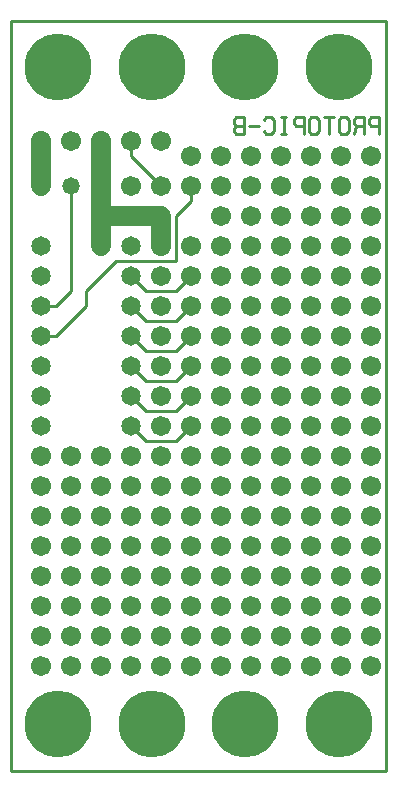
<source format=gbl>
%MOIN*%
%FSLAX25Y25*%
G04 D10 used for Character Trace; *
G04     Circle (OD=.01000) (No hole)*
G04 D11 used for Power Trace; *
G04     Circle (OD=.06700) (No hole)*
G04 D12 used for Signal Trace; *
G04     Circle (OD=.01100) (No hole)*
G04 D13 used for Via; *
G04     Circle (OD=.05800) (Round. Hole ID=.02800)*
G04 D14 used for Component hole; *
G04     Circle (OD=.06500) (Round. Hole ID=.03500)*
G04 D15 used for Component hole; *
G04     Circle (OD=.06700) (Round. Hole ID=.04300)*
G04 D16 used for Component hole; *
G04     Circle (OD=.08100) (Round. Hole ID=.05100)*
G04 D17 used for Component hole; *
G04     Circle (OD=.08900) (Round. Hole ID=.05900)*
G04 D18 used for Component hole; *
G04     Circle (OD=.11300) (Round. Hole ID=.08300)*
G04 D19 used for Component hole; *
G04     Circle (OD=.16000) (Round. Hole ID=.13000)*
G04 D20 used for Component hole; *
G04     Circle (OD=.18300) (Round. Hole ID=.15300)*
G04 D21 used for Component hole; *
G04     Circle (OD=.22291) (Round. Hole ID=.19291)*
%ADD10C,.01000*%
%ADD11C,.06700*%
%ADD12C,.01100*%
%ADD13C,.05800*%
%ADD14C,.06500*%
%ADD15C,.06700*%
%ADD16C,.08100*%
%ADD17C,.08900*%
%ADD18C,.11300*%
%ADD19C,.16000*%
%ADD20C,.18300*%
%ADD21C,.22291*%
%IPPOS*%
%LPD*%
G90*X0Y0D02*D21*X15625Y15625D03*D15*              
X30000Y35000D03*X20000D03*X10000D03*X40000D03*    
Y45000D03*X30000D03*X20000D03*X10000D03*D21*      
X46875Y15625D03*D15*X50000Y35000D03*Y45000D03*    
Y55000D03*X40000D03*X30000D03*X20000D03*X10000D03*
X60000Y35000D03*Y45000D03*Y55000D03*Y65000D03*    
X50000D03*X40000D03*X30000D03*X20000D03*X10000D03*
X70000Y35000D03*Y45000D03*Y55000D03*Y65000D03*    
Y75000D03*X60000D03*X50000D03*X40000D03*X30000D03*
X20000D03*X10000D03*D21*X78125Y15625D03*D15*      
X80000Y35000D03*Y45000D03*Y55000D03*Y65000D03*    
Y75000D03*Y85000D03*X70000D03*X60000D03*X50000D03*
X40000D03*X30000D03*X20000D03*X10000D03*          
X90000Y35000D03*Y45000D03*Y55000D03*Y65000D03*    
Y75000D03*Y85000D03*Y95000D03*X80000D03*X70000D03*
X60000D03*X50000D03*X40000D03*X30000D03*X20000D03*
X10000D03*X100000Y35000D03*Y45000D03*Y55000D03*   
Y65000D03*Y75000D03*Y85000D03*Y95000D03*          
Y105000D03*X90000D03*X80000D03*X70000D03*         
X60000D03*X50000D03*X40000D03*X30000D03*X20000D03*
X10000D03*D12*X45000Y110000D02*X55000D01*         
X45000D02*X40000Y115000D01*D14*D03*D12*           
X45000Y120000D02*X55000D01*X60000Y125000D01*D15*  
D03*D12*X45000Y130000D02*X55000D01*X45000D02*     
X40000Y135000D01*D14*D03*D12*X45000Y140000D02*    
X55000D01*X60000Y145000D01*D15*D03*D12*           
X45000Y150000D02*X55000D01*X45000D02*             
X40000Y155000D01*D14*D03*D12*X45000Y160000D02*    
X55000D01*X60000Y165000D01*D15*D03*D12*           
X35000Y170000D02*X55000D01*X25000Y160000D02*      
X35000Y170000D01*X25000Y155000D02*Y160000D01*     
X15000Y145000D02*X25000Y155000D01*                
X10000Y145000D02*X15000D01*D14*X10000D03*D12*     
Y155000D02*X15000D01*D14*X10000D03*D12*X15000D02* 
X20000Y160000D01*Y195000D01*D13*D03*D11*          
X30000Y175000D02*Y185000D01*D13*Y175000D03*D14*   
X40000Y165000D03*D12*X45000Y160000D01*D15*        
X50000Y155000D03*Y165000D03*D12*X55000Y150000D02* 
X60000Y155000D01*D15*D03*X70000Y145000D03*        
Y165000D03*X50000Y145000D03*X70000Y155000D03*D12* 
X45000Y140000D02*X40000Y145000D01*D14*D03*D15*    
X50000Y135000D03*D12*X55000Y130000D02*            
X60000Y135000D01*D15*D03*X70000Y125000D03*        
X50000D03*X70000Y135000D03*D12*X45000Y120000D02*  
X40000Y125000D01*D14*D03*D15*X50000Y115000D03*D12*
X55000Y110000D02*X60000Y115000D01*D15*D03*        
X70000D03*X80000Y135000D03*Y115000D03*Y125000D03* 
X90000Y145000D03*X80000D03*X90000Y115000D03*      
Y125000D03*Y135000D03*X100000Y155000D03*X90000D03*
X80000D03*X100000Y115000D03*Y125000D03*Y135000D03*
Y145000D03*X110000Y65000D03*Y165000D03*D14*       
X10000D03*D15*X110000Y75000D03*X100000Y165000D03* 
X110000Y85000D03*X90000Y165000D03*                
X110000Y95000D03*X80000Y165000D03*D14*            
X10000Y135000D03*D15*X110000Y105000D03*D14*       
X10000Y125000D03*D15*X110000Y115000D03*D14*       
X10000D03*D15*X110000Y125000D03*Y135000D03*       
Y145000D03*Y155000D03*D12*X55000Y170000D02*       
Y185000D01*X60000Y190000D01*Y195000D01*D15*D03*   
X70000Y185000D03*Y205000D03*D11*X50000Y175000D02* 
Y185000D01*D15*Y175000D03*X60000D03*D11*          
X30000Y185000D02*X50000D01*X30000D02*Y195000D01*  
D14*D03*D11*Y210000D01*D15*D03*D12*               
X50000Y195000D02*X40000Y205000D01*D15*            
X50000Y195000D03*X60000Y205000D03*D12*X40000D02*  
Y210000D01*D15*D03*X50000D03*X40000Y195000D03*    
X20000Y210000D03*D21*X15625Y234375D03*X46875D03*  
D15*X70000Y195000D03*X10000Y210000D03*D11*        
Y195000D01*D14*D03*Y175000D03*X40000D03*D12*      
X0Y0D02*Y250000D01*Y0D02*X125000D01*Y250000D01*   
X0D01*D10*X122511Y212129D02*Y217871D01*X120000D01*
X119163Y216914D01*Y215957D01*X120000Y215000D01*   
X122511D01*X117511Y212129D02*Y217871D01*          
X115000D01*X114163Y216914D01*Y215957D01*          
X115000Y215000D01*X117511D01*X115000D02*          
X114163Y212129D01*X109163Y213086D02*              
X110000Y212129D01*X111674D01*X112511Y213086D01*   
Y216914D01*X111674Y217871D01*X110000D01*          
X109163Y216914D01*Y213086D01*X105837Y212129D02*   
Y217871D01*X107511D02*X104163D01*X99163Y213086D02*
X100000Y212129D01*X101674D01*X102511Y213086D01*   
Y216914D01*X101674Y217871D01*X100000D01*          
X99163Y216914D01*Y213086D01*X97511Y212129D02*     
Y217871D01*X95000D01*X94163Y216914D01*Y215957D01* 
X95000Y215000D01*X97511D01*X90837Y212129D02*      
Y217871D01*X91674Y212129D02*X90000D01*            
X91674Y217871D02*X90000D01*X84163Y213086D02*      
X85000Y212129D01*X86674D01*X87511Y213086D01*      
Y216914D01*X86674Y217871D01*X85000D01*            
X84163Y216914D01*X82511Y215000D02*X79163D01*      
X77511Y212129D02*Y217871D01*X75000D01*            
X74163Y216914D01*Y215957D01*X75000Y215000D01*     
X74163Y214043D01*Y213086D01*X75000Y212129D01*     
X77511D01*Y215000D02*X75000D01*D15*               
X70000Y175000D03*X80000D03*Y185000D03*Y195000D03* 
Y205000D03*D21*X78125Y234375D03*D15*              
X90000Y175000D03*Y185000D03*Y195000D03*Y205000D03*
X100000Y175000D03*Y185000D03*Y195000D03*          
Y205000D03*X110000Y175000D03*Y185000D03*          
Y195000D03*Y205000D03*D21*X109375Y234375D03*D15*  
X120000Y135000D03*Y145000D03*Y155000D03*          
Y165000D03*Y175000D03*Y185000D03*Y195000D03*      
Y205000D03*Y125000D03*Y115000D03*Y105000D03*      
Y95000D03*Y85000D03*Y75000D03*Y65000D03*          
X110000Y55000D03*X120000D03*X110000Y45000D03*     
X120000D03*X110000Y35000D03*X120000D03*D21*       
X109375Y15625D03*M02*                             

</source>
